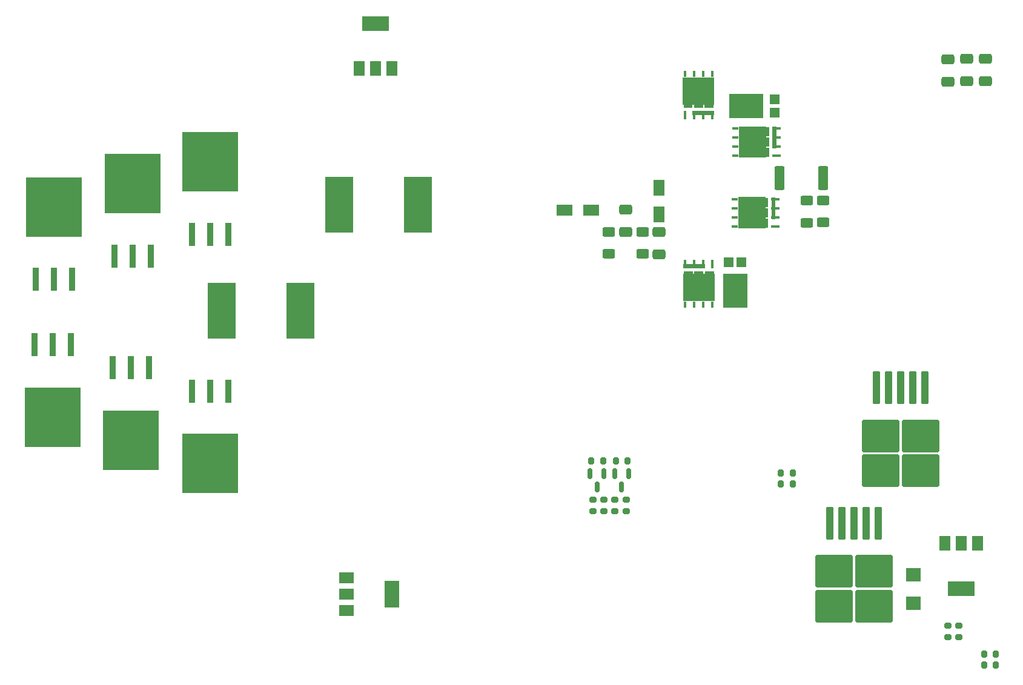
<source format=gbp>
G04 #@! TF.GenerationSoftware,KiCad,Pcbnew,7.0.1*
G04 #@! TF.CreationDate,2023-11-20T20:44:29-08:00*
G04 #@! TF.ProjectId,rps01,72707330-312e-46b6-9963-61645f706362,2*
G04 #@! TF.SameCoordinates,Original*
G04 #@! TF.FileFunction,Paste,Bot*
G04 #@! TF.FilePolarity,Positive*
%FSLAX46Y46*%
G04 Gerber Fmt 4.6, Leading zero omitted, Abs format (unit mm)*
G04 Created by KiCad (PCBNEW 7.0.1) date 2023-11-20 20:44:29*
%MOMM*%
%LPD*%
G01*
G04 APERTURE LIST*
G04 Aperture macros list*
%AMRoundRect*
0 Rectangle with rounded corners*
0 $1 Rounding radius*
0 $2 $3 $4 $5 $6 $7 $8 $9 X,Y pos of 4 corners*
0 Add a 4 corners polygon primitive as box body*
4,1,4,$2,$3,$4,$5,$6,$7,$8,$9,$2,$3,0*
0 Add four circle primitives for the rounded corners*
1,1,$1+$1,$2,$3*
1,1,$1+$1,$4,$5*
1,1,$1+$1,$6,$7*
1,1,$1+$1,$8,$9*
0 Add four rect primitives between the rounded corners*
20,1,$1+$1,$2,$3,$4,$5,0*
20,1,$1+$1,$4,$5,$6,$7,0*
20,1,$1+$1,$6,$7,$8,$9,0*
20,1,$1+$1,$8,$9,$2,$3,0*%
G04 Aperture macros list end*
%ADD10R,2.159000X1.955800*%
%ADD11R,2.184400X1.625600*%
%ADD12RoundRect,0.250000X0.650000X-0.412500X0.650000X0.412500X-0.650000X0.412500X-0.650000X-0.412500X0*%
%ADD13R,0.812800X3.251200*%
%ADD14R,7.874000X8.305800*%
%ADD15RoundRect,0.250000X-0.650000X0.412500X-0.650000X-0.412500X0.650000X-0.412500X0.650000X0.412500X0*%
%ADD16R,0.431800X1.143000*%
%ADD17R,0.431800X0.965200*%
%ADD18RoundRect,0.150000X-0.150000X0.587500X-0.150000X-0.587500X0.150000X-0.587500X0.150000X0.587500X0*%
%ADD19RoundRect,0.250000X0.625000X-0.400000X0.625000X0.400000X-0.625000X0.400000X-0.625000X-0.400000X0*%
%ADD20RoundRect,0.200000X0.200000X0.275000X-0.200000X0.275000X-0.200000X-0.275000X0.200000X-0.275000X0*%
%ADD21RoundRect,0.200000X-0.200000X-0.275000X0.200000X-0.275000X0.200000X0.275000X-0.200000X0.275000X0*%
%ADD22R,1.500000X2.000000*%
%ADD23R,3.800000X2.000000*%
%ADD24R,3.360000X4.860000*%
%ADD25R,1.390000X1.400000*%
%ADD26RoundRect,0.200000X0.275000X-0.200000X0.275000X0.200000X-0.275000X0.200000X-0.275000X-0.200000X0*%
%ADD27R,1.625600X2.184400*%
%ADD28R,4.000000X7.800000*%
%ADD29RoundRect,0.249999X-0.450001X-1.425001X0.450001X-1.425001X0.450001X1.425001X-0.450001X1.425001X0*%
%ADD30R,4.860000X3.360000*%
%ADD31R,1.400000X1.390000*%
%ADD32R,1.143000X0.431800*%
%ADD33R,0.965200X0.431800*%
%ADD34RoundRect,0.250000X-0.300000X2.050000X-0.300000X-2.050000X0.300000X-2.050000X0.300000X2.050000X0*%
%ADD35RoundRect,0.250000X-2.375000X2.025000X-2.375000X-2.025000X2.375000X-2.025000X2.375000X2.025000X0*%
%ADD36RoundRect,0.200000X-0.275000X0.200000X-0.275000X-0.200000X0.275000X-0.200000X0.275000X0.200000X0*%
%ADD37R,2.000000X1.500000*%
%ADD38R,2.000000X3.800000*%
G04 APERTURE END LIST*
G36*
X136371700Y-56019400D02*
G01*
X133298300Y-56019400D01*
X133298300Y-55435200D01*
X136371700Y-55435200D01*
X136371700Y-56019400D01*
G37*
G36*
X133367634Y-55005000D02*
G01*
X132102900Y-55005000D01*
X132102900Y-53935000D01*
X133367634Y-53935000D01*
X133367634Y-55005000D01*
G37*
G36*
X134832367Y-55005000D02*
G01*
X133567633Y-55005000D01*
X133567633Y-53935000D01*
X134832367Y-53935000D01*
X134832367Y-55005000D01*
G37*
G36*
X136297100Y-55005000D02*
G01*
X135032366Y-55005000D01*
X135032366Y-53935000D01*
X136297100Y-53935000D01*
X136297100Y-55005000D01*
G37*
G36*
X136397100Y-54597000D02*
G01*
X132002900Y-54597000D01*
X132002900Y-50787000D01*
X136397100Y-50787000D01*
X136397100Y-54597000D01*
G37*
G36*
X133367634Y-53735000D02*
G01*
X132102900Y-53735000D01*
X132102900Y-52665000D01*
X133367634Y-52665000D01*
X133367634Y-53735000D01*
G37*
G36*
X134832367Y-53735000D02*
G01*
X133567633Y-53735000D01*
X133567633Y-52665000D01*
X134832367Y-52665000D01*
X134832367Y-53735000D01*
G37*
G36*
X136297100Y-53735000D02*
G01*
X135032366Y-53735000D01*
X135032366Y-52665000D01*
X136297100Y-52665000D01*
X136297100Y-53735000D01*
G37*
G36*
X133367634Y-52465000D02*
G01*
X132102900Y-52465000D01*
X132102900Y-51395000D01*
X133367634Y-51395000D01*
X133367634Y-52465000D01*
G37*
G36*
X134832367Y-52465000D02*
G01*
X133567633Y-52465000D01*
X133567633Y-51395000D01*
X134832367Y-51395000D01*
X134832367Y-52465000D01*
G37*
G36*
X136297100Y-52465000D02*
G01*
X135032366Y-52465000D01*
X135032366Y-51395000D01*
X136297100Y-51395000D01*
X136297100Y-52465000D01*
G37*
G36*
X144969400Y-70601700D02*
G01*
X144385200Y-70601700D01*
X144385200Y-67528300D01*
X144969400Y-67528300D01*
X144969400Y-70601700D01*
G37*
G36*
X143955000Y-71797100D02*
G01*
X142885000Y-71797100D01*
X142885000Y-70532366D01*
X143955000Y-70532366D01*
X143955000Y-71797100D01*
G37*
G36*
X143955000Y-70332367D02*
G01*
X142885000Y-70332367D01*
X142885000Y-69067633D01*
X143955000Y-69067633D01*
X143955000Y-70332367D01*
G37*
G36*
X143955000Y-68867634D02*
G01*
X142885000Y-68867634D01*
X142885000Y-67602900D01*
X143955000Y-67602900D01*
X143955000Y-68867634D01*
G37*
G36*
X143547000Y-71897100D02*
G01*
X139737000Y-71897100D01*
X139737000Y-67502900D01*
X143547000Y-67502900D01*
X143547000Y-71897100D01*
G37*
G36*
X142685000Y-71797100D02*
G01*
X141615000Y-71797100D01*
X141615000Y-70532366D01*
X142685000Y-70532366D01*
X142685000Y-71797100D01*
G37*
G36*
X142685000Y-70332367D02*
G01*
X141615000Y-70332367D01*
X141615000Y-69067633D01*
X142685000Y-69067633D01*
X142685000Y-70332367D01*
G37*
G36*
X142685000Y-68867634D02*
G01*
X141615000Y-68867634D01*
X141615000Y-67602900D01*
X142685000Y-67602900D01*
X142685000Y-68867634D01*
G37*
G36*
X141415000Y-71797100D02*
G01*
X140345000Y-71797100D01*
X140345000Y-70532366D01*
X141415000Y-70532366D01*
X141415000Y-71797100D01*
G37*
G36*
X141415000Y-70332367D02*
G01*
X140345000Y-70332367D01*
X140345000Y-69067633D01*
X141415000Y-69067633D01*
X141415000Y-70332367D01*
G37*
G36*
X141415000Y-68867634D02*
G01*
X140345000Y-68867634D01*
X140345000Y-67602900D01*
X141415000Y-67602900D01*
X141415000Y-68867634D01*
G37*
G36*
X135146700Y-77419200D02*
G01*
X132073300Y-77419200D01*
X132073300Y-76835000D01*
X135146700Y-76835000D01*
X135146700Y-77419200D01*
G37*
G36*
X136342100Y-78919400D02*
G01*
X135077366Y-78919400D01*
X135077366Y-77849400D01*
X136342100Y-77849400D01*
X136342100Y-78919400D01*
G37*
G36*
X134877367Y-78919400D02*
G01*
X133612633Y-78919400D01*
X133612633Y-77849400D01*
X134877367Y-77849400D01*
X134877367Y-78919400D01*
G37*
G36*
X133412634Y-78919400D02*
G01*
X132147900Y-78919400D01*
X132147900Y-77849400D01*
X133412634Y-77849400D01*
X133412634Y-78919400D01*
G37*
G36*
X136442100Y-82067400D02*
G01*
X132047900Y-82067400D01*
X132047900Y-78257400D01*
X136442100Y-78257400D01*
X136442100Y-82067400D01*
G37*
G36*
X136342100Y-80189400D02*
G01*
X135077366Y-80189400D01*
X135077366Y-79119400D01*
X136342100Y-79119400D01*
X136342100Y-80189400D01*
G37*
G36*
X134877367Y-80189400D02*
G01*
X133612633Y-80189400D01*
X133612633Y-79119400D01*
X134877367Y-79119400D01*
X134877367Y-80189400D01*
G37*
G36*
X133412634Y-80189400D02*
G01*
X132147900Y-80189400D01*
X132147900Y-79119400D01*
X133412634Y-79119400D01*
X133412634Y-80189400D01*
G37*
G36*
X136342100Y-81459400D02*
G01*
X135077366Y-81459400D01*
X135077366Y-80389400D01*
X136342100Y-80389400D01*
X136342100Y-81459400D01*
G37*
G36*
X134877367Y-81459400D02*
G01*
X133612633Y-81459400D01*
X133612633Y-80389400D01*
X134877367Y-80389400D01*
X134877367Y-81459400D01*
G37*
G36*
X133412634Y-81459400D02*
G01*
X132147900Y-81459400D01*
X132147900Y-80389400D01*
X133412634Y-80389400D01*
X133412634Y-81459400D01*
G37*
G36*
X145069400Y-60701700D02*
G01*
X144485200Y-60701700D01*
X144485200Y-57628300D01*
X145069400Y-57628300D01*
X145069400Y-60701700D01*
G37*
G36*
X144055000Y-61897100D02*
G01*
X142985000Y-61897100D01*
X142985000Y-60632366D01*
X144055000Y-60632366D01*
X144055000Y-61897100D01*
G37*
G36*
X144055000Y-60432367D02*
G01*
X142985000Y-60432367D01*
X142985000Y-59167633D01*
X144055000Y-59167633D01*
X144055000Y-60432367D01*
G37*
G36*
X144055000Y-58967634D02*
G01*
X142985000Y-58967634D01*
X142985000Y-57702900D01*
X144055000Y-57702900D01*
X144055000Y-58967634D01*
G37*
G36*
X143647000Y-61997100D02*
G01*
X139837000Y-61997100D01*
X139837000Y-57602900D01*
X143647000Y-57602900D01*
X143647000Y-61997100D01*
G37*
G36*
X142785000Y-61897100D02*
G01*
X141715000Y-61897100D01*
X141715000Y-60632366D01*
X142785000Y-60632366D01*
X142785000Y-61897100D01*
G37*
G36*
X142785000Y-60432367D02*
G01*
X141715000Y-60432367D01*
X141715000Y-59167633D01*
X142785000Y-59167633D01*
X142785000Y-60432367D01*
G37*
G36*
X142785000Y-58967634D02*
G01*
X141715000Y-58967634D01*
X141715000Y-57702900D01*
X142785000Y-57702900D01*
X142785000Y-58967634D01*
G37*
G36*
X141515000Y-61897100D02*
G01*
X140445000Y-61897100D01*
X140445000Y-60632366D01*
X141515000Y-60632366D01*
X141515000Y-61897100D01*
G37*
G36*
X141515000Y-60432367D02*
G01*
X140445000Y-60432367D01*
X140445000Y-59167633D01*
X141515000Y-59167633D01*
X141515000Y-60432367D01*
G37*
G36*
X141515000Y-58967634D02*
G01*
X140445000Y-58967634D01*
X140445000Y-57702900D01*
X141515000Y-57702900D01*
X141515000Y-58967634D01*
G37*
D10*
X164250000Y-120313000D03*
X164250000Y-124250000D03*
D11*
X119204200Y-69300000D03*
X115495800Y-69300000D03*
D12*
X124000000Y-72362500D03*
X124000000Y-69237500D03*
D13*
X41359179Y-88153680D03*
X43899179Y-88153680D03*
X46439179Y-88153680D03*
D14*
X43899179Y-98275580D03*
D15*
X169050000Y-48225000D03*
X169050000Y-51350000D03*
D16*
X136105000Y-56006700D03*
X134835000Y-56006700D03*
X133565000Y-56006700D03*
X132295000Y-56006700D03*
D17*
X132295000Y-50304400D03*
X133565000Y-50304400D03*
X134835000Y-50304400D03*
X136105000Y-50304400D03*
D18*
X119050000Y-106150000D03*
X120950000Y-106150000D03*
X120000000Y-108025000D03*
D19*
X121650000Y-75450000D03*
X121650000Y-72350000D03*
D20*
X147350000Y-106060000D03*
X145700000Y-106060000D03*
D21*
X145700000Y-107600000D03*
X147350000Y-107600000D03*
D22*
X91350000Y-49550000D03*
X89050000Y-49550000D03*
X86750000Y-49550000D03*
D23*
X89050000Y-43250000D03*
D24*
X139300000Y-80600000D03*
D25*
X138380000Y-76618000D03*
X140220000Y-76618000D03*
D13*
X57664179Y-75748880D03*
X55124179Y-75748880D03*
X52584179Y-75748880D03*
D14*
X55124179Y-65626980D03*
D26*
X120962500Y-111425000D03*
X120962500Y-109775000D03*
D27*
X128700000Y-69900000D03*
X128700000Y-66191600D03*
D28*
X83996000Y-68580000D03*
X94996000Y-68580000D03*
D13*
X68514179Y-72698880D03*
X65974179Y-72698880D03*
X63434179Y-72698880D03*
D14*
X65974179Y-62576980D03*
D13*
X46639179Y-78999680D03*
X44099179Y-78999680D03*
X41559179Y-78999680D03*
D14*
X44099179Y-68877780D03*
D29*
X145534178Y-64802967D03*
X151634178Y-64802967D03*
D30*
X140900000Y-54750000D03*
D31*
X144882000Y-53830000D03*
X144882000Y-55670000D03*
D21*
X122637500Y-104400000D03*
X124287500Y-104400000D03*
D32*
X144956700Y-67795000D03*
X144956700Y-69065000D03*
X144956700Y-70335000D03*
X144956700Y-71605000D03*
D33*
X139254400Y-71605000D03*
X139254400Y-70335000D03*
X139254400Y-69065000D03*
X139254400Y-67795000D03*
D26*
X119412500Y-111425000D03*
X119412500Y-109775000D03*
D19*
X126400000Y-75450000D03*
X126400000Y-72350000D03*
D26*
X170575000Y-129025000D03*
X170575000Y-127375000D03*
D34*
X159075000Y-94175000D03*
X160775000Y-94175000D03*
X162475000Y-94175000D03*
D35*
X165250000Y-100900000D03*
X159700000Y-100900000D03*
X165250000Y-105750000D03*
X159700000Y-105750000D03*
D34*
X164175000Y-94175000D03*
X165875000Y-94175000D03*
D21*
X174125000Y-131390000D03*
X175775000Y-131390000D03*
D15*
X128700000Y-72345800D03*
X128700000Y-75470800D03*
D36*
X169100000Y-127400000D03*
X169100000Y-129050000D03*
D16*
X132340000Y-76847700D03*
X133610000Y-76847700D03*
X134880000Y-76847700D03*
X136150000Y-76847700D03*
D17*
X136150000Y-82550000D03*
X134880000Y-82550000D03*
X133610000Y-82550000D03*
X132340000Y-82550000D03*
D32*
X145056700Y-57895000D03*
X145056700Y-59165000D03*
X145056700Y-60435000D03*
X145056700Y-61705000D03*
D33*
X139354400Y-61705000D03*
X139354400Y-60435000D03*
X139354400Y-59165000D03*
X139354400Y-57895000D03*
D26*
X124062500Y-111425000D03*
X124062500Y-109775000D03*
D20*
X175775000Y-132950000D03*
X174125000Y-132950000D03*
D13*
X63359179Y-94628680D03*
X65899179Y-94628680D03*
X68439179Y-94628680D03*
D14*
X65899179Y-104750580D03*
D22*
X168599179Y-115926680D03*
X170899179Y-115926680D03*
D23*
X170899179Y-122226680D03*
D22*
X173199179Y-115926680D03*
D15*
X171700000Y-48187500D03*
X171700000Y-51312500D03*
D19*
X151600000Y-71050000D03*
X151600000Y-67950000D03*
D21*
X119200000Y-104400000D03*
X120850000Y-104400000D03*
D34*
X152525000Y-113100000D03*
X154225000Y-113100000D03*
X155925000Y-113100000D03*
D35*
X158700000Y-119825000D03*
X153150000Y-119825000D03*
X158700000Y-124675000D03*
X153150000Y-124675000D03*
D34*
X157625000Y-113100000D03*
X159325000Y-113100000D03*
D26*
X122512500Y-111425000D03*
X122512500Y-109775000D03*
D13*
X52334179Y-91354780D03*
X54874179Y-91354780D03*
X57414179Y-91354780D03*
D14*
X54874179Y-101476680D03*
D37*
X85000000Y-125300000D03*
X85000000Y-123000000D03*
X85000000Y-120700000D03*
D38*
X91300000Y-123000000D03*
D19*
X149300000Y-71100000D03*
X149300000Y-68000000D03*
D18*
X122512500Y-106175000D03*
X124412500Y-106175000D03*
X123462500Y-108050000D03*
D28*
X67524179Y-83351680D03*
X78524179Y-83351680D03*
D15*
X174350000Y-48187500D03*
X174350000Y-51312500D03*
M02*

</source>
